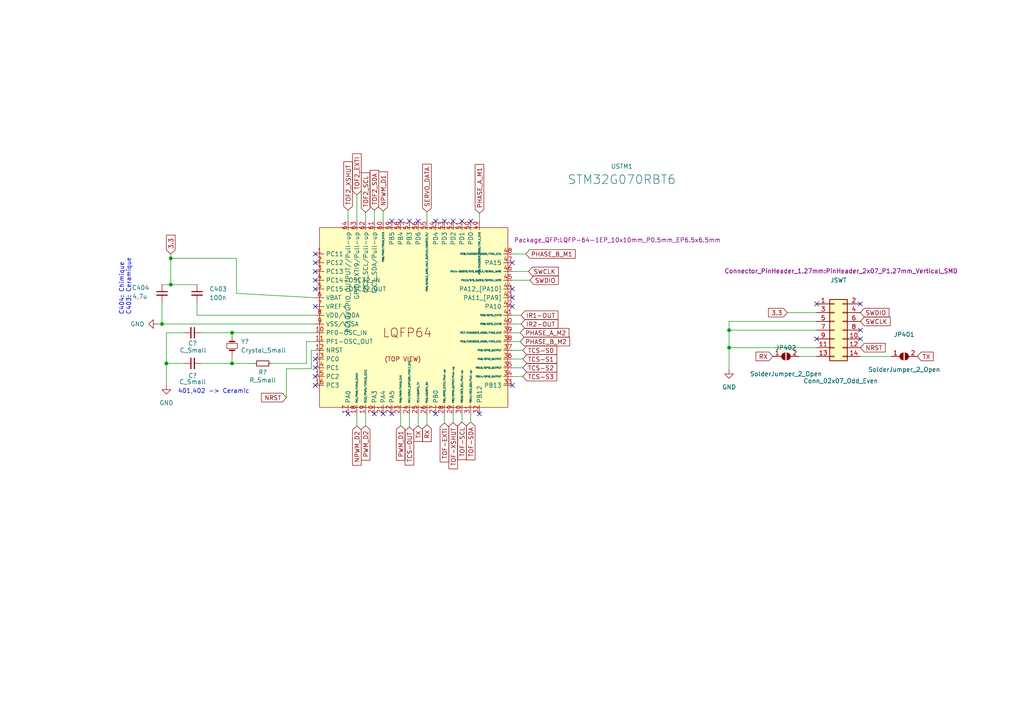
<source format=kicad_sch>
(kicad_sch (version 20211123) (generator eeschema)
  (paper "A4")
  (title_block (title "BLOC_control") (date "2022-09-29"))
  (lib_symbols
    (symbol "Connector_Generic:Conn_02x07_Odd_Even" (pin_names (offset 1.016) hide)
      (property "Reference" "J" (at 1.27 10.16 0))
      (property "Value" "Conn_02x07_Odd_Even" (at 1.27 -10.16 0))
      (symbol "Conn_02x07_Odd_Even_1_1"
        (rectangle (start -1.27 -7.493) (end 0 -7.747) (stroke (width 0.1524)))
        (rectangle (start -1.27 -4.953) (end 0 -5.207) (stroke (width 0.1524)))
        (rectangle (start -1.27 -2.413) (end 0 -2.667) (stroke (width 0.1524)))
        (rectangle (start -1.27 0.127) (end 0 -0.127) (stroke (width 0.1524)))
        (rectangle (start -1.27 2.667) (end 0 2.413) (stroke (width 0.1524)))
        (rectangle (start -1.27 5.207) (end 0 4.953) (stroke (width 0.1524)))
        (rectangle (start -1.27 7.747) (end 0 7.493) (stroke (width 0.1524)))
        (rectangle (start -1.27 8.89) (end 3.81 -8.89) (stroke (width 0.254)) (fill (type background)))
        (rectangle (start 3.81 -7.493) (end 2.54 -7.747) (stroke (width 0.1524)))
        (rectangle (start 3.81 -4.953) (end 2.54 -5.207) (stroke (width 0.1524)))
        (rectangle (start 3.81 -2.413) (end 2.54 -2.667) (stroke (width 0.1524)))
        (rectangle (start 3.81 0.127) (end 2.54 -0.127) (stroke (width 0.1524)))
        (rectangle (start 3.81 2.667) (end 2.54 2.413) (stroke (width 0.1524)))
        (rectangle (start 3.81 5.207) (end 2.54 4.953) (stroke (width 0.1524)))
        (rectangle (start 3.81 7.747) (end 2.54 7.493) (stroke (width 0.1524)))
        (pin passive line (at -5.08 7.62 0) (length 3.81) (name "Pin_1") (number "1"))
        (pin passive line (at 7.62 -2.54 180) (length 3.81) (name "Pin_10") (number "10"))
        (pin passive line (at -5.08 -5.08 0) (length 3.81) (name "Pin_11") (number "11"))
        (pin passive line (at 7.62 -5.08 180) (length 3.81) (name "Pin_12") (number "12"))
        (pin passive line (at -5.08 -7.62 0) (length 3.81) (name "Pin_13") (number "13"))
        (pin passive line (at 7.62 -7.62 180) (length 3.81) (name "Pin_14") (number "14"))
        (pin passive line (at 7.62 7.62 180) (length 3.81) (name "Pin_2") (number "2"))
        (pin passive line (at -5.08 5.08 0) (length 3.81) (name "Pin_3") (number "3"))
        (pin passive line (at 7.62 5.08 180) (length 3.81) (name "Pin_4") (number "4"))
        (pin passive line (at -5.08 2.54 0) (length 3.81) (name "Pin_5") (number "5"))
        (pin passive line (at 7.62 2.54 180) (length 3.81) (name "Pin_6") (number "6"))
        (pin passive line (at -5.08 0 0) (length 3.81) (name "Pin_7") (number "7"))
        (pin passive line (at 7.62 0 180) (length 3.81) (name "Pin_8") (number "8"))
        (pin passive line (at -5.08 -2.54 0) (length 3.81) (name "Pin_9") (number "9"))
      )
    )
    (symbol "Device:C_Small" (pin_numbers hide) (pin_names (offset 0.254) hide)
      (property "Reference" "C" (at 0.254 1.778 0))
      (property "Value" "C_Small" (at 0.254 -2.032 0))
      (symbol "C_Small_0_1"
        (polyline (pts (xy -1.524 -0.508) (xy 1.524 -0.508)) (stroke (width 0.3302)))
        (polyline (pts (xy -1.524 0.508) (xy 1.524 0.508)) (stroke (width 0.3048)))
      )
      (symbol "C_Small_1_1"
        (pin passive line (at 0 2.54 270) (length 2.032) (name "~") (number "1"))
        (pin passive line (at 0 -2.54 90) (length 2.032) (name "~") (number "2"))
      )
    )
    (symbol "Device:Crystal_Small" (pin_numbers hide) (pin_names (offset 1.016) hide)
      (property "Reference" "Y" (at 0 2.54 0))
      (property "Value" "Crystal_Small" (at 0 -2.54 0))
      (symbol "Crystal_Small_0_1"
        (rectangle (start -0.762 -1.524) (end 0.762 1.524))
        (polyline (pts (xy -1.27 -0.762) (xy -1.27 0.762)) (stroke (width 0.381)))
        (polyline (pts (xy 1.27 -0.762) (xy 1.27 0.762)) (stroke (width 0.381)))
      )
      (symbol "Crystal_Small_1_1"
        (pin passive line (at -2.54 0 0) (length 1.27) (name "1") (number "1"))
        (pin passive line (at 2.54 0 180) (length 1.27) (name "2") (number "2"))
      )
    )
    (symbol "Device:R_Small" (pin_numbers hide) (pin_names (offset 0.254) hide)
      (property "Reference" "R" (at 0.762 0.508 0))
      (property "Value" "R_Small" (at 0.762 -1.016 0))
      (symbol "R_Small_0_1"
        (rectangle (start -0.762 1.778) (end 0.762 -1.778) (stroke (width 0.2032)))
      )
      (symbol "R_Small_1_1"
        (pin passive line (at 0 2.54 270) (length 0.762) (name "~") (number "1"))
        (pin passive line (at 0 -2.54 90) (length 0.762) (name "~") (number "2"))
      )
    )
    (symbol "Jumper:SolderJumper_2_Open" (pin_names (offset 0) hide)
      (property "Reference" "JP" (at 0 2.032 0))
      (property "Value" "SolderJumper_2_Open" (at 0 -2.54 0))
      (symbol "SolderJumper_2_Open_0_1"
        (arc (start -0.254 1.016) (mid -1.27 0) (end -0.254 -1.016))
        (arc (start -0.254 1.016) (mid -1.27 0) (end -0.254 -1.016) (fill (type outline)))
        (polyline (pts (xy -0.254 1.016) (xy -0.254 -1.016)))
        (polyline (pts (xy 0.254 1.016) (xy 0.254 -1.016)))
        (arc (start 0.254 -1.016) (mid 1.27 0) (end 0.254 1.016))
        (arc (start 0.254 -1.016) (mid 1.27 0) (end 0.254 1.016) (fill (type outline)))
      )
      (symbol "SolderJumper_2_Open_1_1"
        (pin passive line (at -3.81 0 0) (length 2.54) (name "A") (number "1"))
        (pin passive line (at 3.81 0 180) (length 2.54) (name "B") (number "2"))
      )
    )
    (symbol "STM32G070RBT6:STM32G070RBT6"
      (property "Reference" "USTM1" (at 64.77 39.37 0))
      (property "Value" "STM32G070RBT6" (at 64.77 35.5599 0))
      (property "Footprint" "Package_QFP:LQFP-64-1EP_10x10mm_P0.5mm_EP6.5x6.5mm" (at 63.5 18.0088 0))
      (symbol "STM32G070RBT6_0_0"
        (rectangle (start -22.86 21.59) (end 31.75 -30.48) (fill (type background)))
        (text "(TOP VIEW)" (at 1.27 -16.51 0) (effects (font (size 1.27 1.27))))
        (text "LQFP64" (at 2.54 -8.89 0) (effects (font (size 2.54 2.54))))
      )
      (symbol "STM32G070RBT6_1_1"
        (pin bidirectional line (at -24.13 13.97 0) (length 2.54) (name "PC11") (number "1"))
        (pin bidirectional line (at -24.13 -8.89 0) (length 2.54) (name "PF0-OSC_IN") (number "10"))
        (pin bidirectional line (at -24.13 -11.43 0) (length 2.54) (name "PF1-OSC_OUT") (number "11"))
        (pin bidirectional line (at -24.13 -13.97 0) (length 2.54) (name "NRST") (number "12"))
        (pin bidirectional line (at -24.13 -16.51 0) (length 2.54) (name "PC0") (number "13"))
        (pin bidirectional line (at -24.13 -19.05 0) (length 2.54) (name "PC1") (number "14"))
        (pin bidirectional line (at -24.13 -21.59 0) (length 2.54) (name "PC2") (number "15"))
        (pin bidirectional line (at -24.13 -24.13 0) (length 2.54) (name "PC3") (number "16"))
        (pin bidirectional line (at -14.605 -32.385 90) (length 2.54) (name "PA0") (number "17"))
        (pin bidirectional line (at -12.065 -32.385 90) (length 2.54) (name "PA1/PWM/TIM15_CH1N") (number "18"))
        (pin bidirectional line (at -9.525 -32.385 90) (length 2.54) (name "PA2/PWM/TIM15_CH1") (number "19"))
        (pin bidirectional line (at -24.13 11.43 0) (length 2.54) (name "PC12") (number "2"))
        (pin bidirectional line (at -6.985 -32.385 90) (length 2.54) (name "PA3") (number "20"))
        (pin bidirectional line (at -4.445 -32.385 90) (length 2.54) (name "PA4") (number "21"))
        (pin bidirectional line (at -1.905 -32.385 90) (length 2.54) (name "PA5") (number "22"))
        (pin bidirectional line (at 0.635 -32.385 90) (length 2.54) (name "PA6/PWM/TIM16_CH1") (number "23"))
        (pin bidirectional line (at 3.175 -32.385 90) (length 2.54) (name "PA7/INPUT_CAPTURE/TIM17_CH1") (number "24"))
        (pin bidirectional line (at 5.715 -32.385 90) (length 2.54) (name "PC4/USART1_TX") (number "25"))
        (pin bidirectional line (at 8.255 -32.385 90) (length 2.54) (name "PC5/USART1_RX") (number "26"))
        (pin bidirectional line (at 10.795 -32.385 90) (length 2.54) (name "PB0") (number "27"))
        (pin bidirectional line (at 13.335 -32.385 90) (length 2.54) (name "PB1/GPIO_EXTI1/Pull-up") (number "28"))
        (pin bidirectional line (at 15.875 -32.385 90) (length 2.54) (name "PB2/GPIO_OUTPUT/Pull-up") (number "29"))
        (pin bidirectional line (at -24.13 8.89 0) (length 2.54) (name "PC13") (number "3"))
        (pin bidirectional line (at 18.415 -32.385 90) (length 2.54) (name "PB10/I2C2_SCL/Pull-up") (number "30"))
        (pin bidirectional line (at 20.955 -32.385 90) (length 2.54) (name "PB11/I2C2_SDA/Pull-up") (number "31"))
        (pin bidirectional line (at 23.495 -32.385 90) (length 2.54) (name "PB12") (number "32"))
        (pin bidirectional line (at 33.02 -24.13 180) (length 2.54) (name "PB13") (number "33"))
        (pin bidirectional line (at 33.02 -21.59 180) (length 2.54) (name "PB14/GPIO_OUTPUT") (number "34"))
        (pin bidirectional line (at 33.02 -19.05 180) (length 2.54) (name "PB15/GPIO_OUTPUT") (number "35"))
        (pin bidirectional line (at 33.02 -16.51 180) (length 2.54) (name "PA8/GPIO_OUTPUT") (number "36"))
        (pin bidirectional line (at 33.02 -13.97 180) (length 2.54) (name "PA9/GPIO_OUTPUT") (number "37"))
        (pin bidirectional line (at 33.02 -11.43 180) (length 2.54) (name "PC6/ENCODER_MODE/TIM3_CH1") (number "38"))
        (pin bidirectional line (at 33.02 -8.89 180) (length 2.54) (name "PC7/ENCODER_MODE/TIM3_CH2") (number "39"))
        (pin bidirectional line (at -24.13 6.35 0) (length 2.54) (name "PC14-OSC32_IN") (number "4"))
        (pin bidirectional line (at 33.02 -6.35 180) (length 2.54) (name "PD8/GPIO_EXTI8") (number "40"))
        (pin bidirectional line (at 33.02 -3.81 180) (length 2.54) (name "PD9/GPIO_EXTI9") (number "41"))
        (pin bidirectional line (at 33.02 -1.27 180) (length 2.54) (name "PA10") (number "42"))
        (pin bidirectional line (at 33.02 1.27 180) (length 2.54) (name "PA11_[PA9]") (number "43"))
        (pin bidirectional line (at 33.02 3.81 180) (length 2.54) (name "PA12_[PA10]") (number "44"))
        (pin bidirectional line (at 33.02 6.35 180) (length 2.54) (name "PA13/SYS_SWDIO/SERIAL_WIRE") (number "45"))
        (pin bidirectional line (at 33.02 8.89 180) (length 2.54) (name "PA14-BOOT0/SYS_SWCLK/SERIAL_WIRE") (number "46"))
        (pin bidirectional line (at 33.02 11.43 180) (length 2.54) (name "PA15") (number "47"))
        (pin bidirectional line (at 33.02 13.97 180) (length 2.54) (name "PC8/ENCODER_MODE/TIM1_CH1") (number "48"))
        (pin bidirectional line (at 23.495 23.495 270) (length 2.54) (name "PC9/ENCODER_MODE/TIM_1_CH2") (number "49"))
        (pin bidirectional line (at -24.13 3.81 0) (length 2.54) (name "PC15-OSC32_OUT") (number "5"))
        (pin bidirectional line (at 20.955 23.495 270) (length 2.54) (name "PD0") (number "50"))
        (pin bidirectional line (at 18.415 23.495 270) (length 2.54) (name "PD1") (number "51"))
        (pin bidirectional line (at 15.875 23.495 270) (length 2.54) (name "PD2") (number "52"))
        (pin bidirectional line (at 13.335 23.495 270) (length 2.54) (name "PD3") (number "53"))
        (pin bidirectional line (at 10.795 23.495 270) (length 2.54) (name "PD4") (number "54"))
        (pin bidirectional line (at 8.255 23.495 270) (length 2.54) (name "PD5/SINGLE_WIRE_HALF_DUPLEX/USART2_TX/") (number "55"))
        (pin bidirectional line (at 5.715 23.495 270) (length 2.54) (name "PD6") (number "56"))
        (pin bidirectional line (at 3.175 23.495 270) (length 2.54) (name "PB3") (number "57"))
        (pin bidirectional line (at 0.635 23.495 270) (length 2.54) (name "PB4") (number "58"))
        (pin bidirectional line (at -1.905 23.495 270) (length 2.54) (name "PB5") (number "59"))
        (pin bidirectional line (at -24.13 1.27 0) (length 2.54) (name "VBAT") (number "6"))
        (pin bidirectional line (at -4.445 23.495 270) (length 2.54) (name "PB6/PWM/TIM16_CH1N") (number "60"))
        (pin bidirectional line (at -6.985 23.495 270) (length 2.54) (name "I2C1_SDA/Pull-up") (number "61"))
        (pin bidirectional line (at -9.525 23.495 270) (length 2.54) (name "I2C1_SCL/Pull-up") (number "62"))
        (pin bidirectional line (at -12.065 23.495 270) (length 2.54) (name "GPIO_EXTI9/Pull-up") (number "63"))
        (pin bidirectional line (at -14.605 23.495 270) (length 2.54) (name "PC10/GPIO_OUTPUT//Pull-up") (number "64"))
        (pin bidirectional line (at -24.13 -1.27 0) (length 2.54) (name "VREF+") (number "7"))
        (pin bidirectional line (at -24.13 -3.81 0) (length 2.54) (name "VDD/VDDA") (number "8"))
        (pin bidirectional line (at -24.13 -6.35 0) (length 2.54) (name "VSS/VSSA") (number "9"))
      )
    )
    (symbol "power:GND" (power) (pin_names (offset 0))
      (property "Value" "GND" (at 0 -3.81 0))
      (symbol "GND_0_1"
        (polyline (pts (xy 0 0) (xy 0 -1.27) (xy 1.27 -1.27) (xy 0 -2.54) (xy -1.27 -1.27) (xy 0 -1.27)))
      )
      (symbol "GND_1_1"
        (pin power_in line (at 0 0 270) (length 0) hide (name "GND") (number "1"))
      )
    )
  )
  (junction (at 49.53 82.55))
  (junction (at 48.26 105.41))
  (junction (at 49.53 74.93))
  (junction (at 46.99 93.98))
  (junction (at 67.31 96.52))
  (junction (at 67.31 105.41))
  (junction (at 211.455 100.838))
  (junction (at 211.455 95.758))
  (no_connect (at 249.555 95.758))
  (no_connect (at 91.44 106.68))
  (no_connect (at 91.44 73.66))
  (no_connect (at 118.745 64.135))
  (no_connect (at 91.44 109.22))
  (no_connect (at 113.665 64.135))
  (no_connect (at 128.905 64.135))
  (no_connect (at 126.365 64.135))
  (no_connect (at 121.285 64.135))
  (no_connect (at 136.525 64.135))
  (no_connect (at 133.985 64.135))
  (no_connect (at 131.445 64.135))
  (no_connect (at 91.44 76.2))
  (no_connect (at 91.44 81.28))
  (no_connect (at 91.44 78.74))
  (no_connect (at 91.44 104.14))
  (no_connect (at 116.205 64.135))
  (no_connect (at 249.555 88.138))
  (no_connect (at 91.44 111.76))
  (no_connect (at 113.665 120.015))
  (no_connect (at 111.125 120.015))
  (no_connect (at 108.585 120.015))
  (no_connect (at 139.065 120.015))
  (no_connect (at 126.365 120.015))
  (no_connect (at 100.965 120.015))
  (no_connect (at 148.59 83.82))
  (no_connect (at 148.59 76.2))
  (no_connect (at 148.59 86.36))
  (no_connect (at 148.59 111.76))
  (no_connect (at 148.59 88.9))
  (no_connect (at 249.555 98.298))
  (no_connect (at 91.44 83.82))
  (no_connect (at 236.855 98.298))
  (no_connect (at 91.44 88.9))
  (no_connect (at 236.855 88.138))
  (wire (pts (xy 83.058 106.934) (xy 90.297 106.934)))
  (wire (pts (xy 231.775 103.378) (xy 236.855 103.378)))
  (wire (pts (xy 148.59 109.22) (xy 151.638 109.22)))
  (wire (pts (xy 68.58 85.09) (xy 68.58 74.93)))
  (wire (pts (xy 46.99 93.98) (xy 91.44 93.98)))
  (wire (pts (xy 78.74 105.41) (xy 88.9 105.41)))
  (wire (pts (xy 106.045 120.015) (xy 106.045 123.444)))
  (wire (pts (xy 49.53 73.66) (xy 49.53 74.93)))
  (wire (pts (xy 228.346 90.678) (xy 236.855 90.678)))
  (wire (pts (xy 136.525 120.015) (xy 136.525 122.428)))
  (wire (pts (xy 67.31 96.52) (xy 67.31 97.79)))
  (wire (pts (xy 131.445 120.015) (xy 131.445 122.555)))
  (wire (pts (xy 148.59 91.44) (xy 151.13 91.44)))
  (wire (pts (xy 48.26 96.52) (xy 48.26 105.41)))
  (wire (pts (xy 67.31 102.87) (xy 67.31 105.41)))
  (wire (pts (xy 249.555 103.378) (xy 258.445 103.378)))
  (wire (pts (xy 128.905 120.015) (xy 128.905 122.682)))
  (wire (pts (xy 103.505 56.515) (xy 103.505 64.135)))
  (wire (pts (xy 133.985 120.015) (xy 133.985 122.428)))
  (wire (pts (xy 148.59 96.52) (xy 150.876 96.52)))
  (wire (pts (xy 106.045 61.595) (xy 106.045 64.135)))
  (wire (pts (xy 68.58 74.93) (xy 49.53 74.93)))
  (wire (pts (xy 53.34 96.52) (xy 48.26 96.52)))
  (wire (pts (xy 46.99 82.55) (xy 49.53 82.55)))
  (wire (pts (xy 49.53 74.93) (xy 49.53 82.55)))
  (wire (pts (xy 148.59 106.68) (xy 151.638 106.68)))
  (wire (pts (xy 48.26 105.41) (xy 48.26 111.76)))
  (wire (pts (xy 88.9 105.41) (xy 88.9 99.06)))
  (wire (pts (xy 67.31 105.41) (xy 73.66 105.41)))
  (wire (pts (xy 148.59 93.98) (xy 151.13 93.98)))
  (wire (pts (xy 111.125 61.214) (xy 111.125 64.135)))
  (wire (pts (xy 236.855 100.838) (xy 211.455 100.838)))
  (wire (pts (xy 46.99 87.63) (xy 46.99 93.98)))
  (wire (pts (xy 100.965 60.96) (xy 100.965 64.135)))
  (wire (pts (xy 67.31 96.52) (xy 91.44 96.52)))
  (wire (pts (xy 123.825 120.015) (xy 123.825 123.19)))
  (wire (pts (xy 211.455 95.758) (xy 236.855 95.758)))
  (wire (pts (xy 88.9 99.06) (xy 91.44 99.06)))
  (wire (pts (xy 67.31 105.41) (xy 58.42 105.41)))
  (wire (pts (xy 57.15 91.44) (xy 57.15 87.63)))
  (wire (pts (xy 57.15 91.44) (xy 91.44 91.44)))
  (wire (pts (xy 58.42 96.52) (xy 67.31 96.52)))
  (wire (pts (xy 108.585 60.96) (xy 108.585 64.135)))
  (wire (pts (xy 45.72 93.98) (xy 46.99 93.98)))
  (wire (pts (xy 83.058 115.316) (xy 83.058 106.934)))
  (wire (pts (xy 90.297 106.934) (xy 90.297 101.6)))
  (wire (pts (xy 118.745 120.015) (xy 118.745 123.825)))
  (wire (pts (xy 148.59 73.66) (xy 152.527 73.66)))
  (wire (pts (xy 148.59 104.14) (xy 151.638 104.14)))
  (wire (pts (xy 211.455 93.218) (xy 211.455 95.758)))
  (wire (pts (xy 148.59 81.28) (xy 153.67 81.28)))
  (wire (pts (xy 68.58 85.09) (xy 91.44 86.36)))
  (wire (pts (xy 148.59 78.74) (xy 153.289 78.74)))
  (wire (pts (xy 90.297 101.6) (xy 91.44 101.6)))
  (wire (pts (xy 121.285 120.015) (xy 121.285 123.444)))
  (wire (pts (xy 49.53 82.55) (xy 57.15 82.55)))
  (wire (pts (xy 148.59 99.06) (xy 150.876 99.06)))
  (wire (pts (xy 123.825 61.468) (xy 123.825 64.135)))
  (wire (pts (xy 116.205 120.015) (xy 116.205 123.444)))
  (wire (pts (xy 148.59 101.6) (xy 151.638 101.6)))
  (wire (pts (xy 139.065 61.849) (xy 139.065 64.135)))
  (wire (pts (xy 48.26 105.41) (xy 53.34 105.41)))
  (wire (pts (xy 211.455 100.838) (xy 211.455 95.758)))
  (wire (pts (xy 211.455 100.838) (xy 211.455 107.188)))
  (wire (pts (xy 236.855 93.218) (xy 211.455 93.218)))
  (wire (pts (xy 103.505 120.015) (xy 103.505 123.571)))
  (text "C404: Chimique\nC403: Ceramique\n" (at 38.1 91.44 90) (effects (font (size 1.27 1.27)) (justify left bottom)))
  (text "401,402 -> Ceramic\n" (at 72.39 114.3 180) (effects (font (size 1.27 1.27)) (justify right bottom)))
  (global_label "NPWM_D2" (shape input) (at 103.505 123.571 270) (property "Intersheet References" "${INTERSHEET_REFS}" (effects hide)))
  (global_label "TOF-XSHUT" (shape input) (at 131.445 122.555 270) (property "Intersheet References" "${INTERSHEET_REFS}" (effects hide)))
  (global_label "3.3" (shape input) (at 228.346 90.678 180) (property "Intersheet References" "${INTERSHEET_REFS}" (effects hide)))
  (global_label "RX" (shape input) (at 224.155 103.378 180) (property "Intersheet References" "${INTERSHEET_REFS}" (effects hide)))
  (global_label "TX" (shape input) (at 266.065 103.378 0) (property "Intersheet References" "${INTERSHEET_REFS}" (effects hide)))
  (global_label "TOF-SDA" (shape input) (at 136.525 122.428 270) (property "Intersheet References" "${INTERSHEET_REFS}" (effects hide)))
  (global_label "TCS-S2" (shape input) (at 151.638 106.68 0) (property "Intersheet References" "${INTERSHEET_REFS}" (effects hide)))
  (global_label "PWM_D1" (shape input) (at 116.205 123.444 270) (property "Intersheet References" "${INTERSHEET_REFS}" (effects hide)))
  (global_label "TX" (shape input) (at 121.285 123.444 270) (property "Intersheet References" "${INTERSHEET_REFS}" (effects hide)))
  (global_label "3.3" (shape input) (at 49.53 73.66 90) (property "Intersheet References" "${INTERSHEET_REFS}" (effects hide)))
  (global_label "TCS-S1" (shape input) (at 151.638 104.14 0) (property "Intersheet References" "${INTERSHEET_REFS}" (effects hide)))
  (global_label "IR2-OUT" (shape input) (at 151.13 93.98 0) (property "Intersheet References" "${INTERSHEET_REFS}" (effects hide)))
  (global_label "TCS-OUT" (shape input) (at 118.745 123.825 270) (property "Intersheet References" "${INTERSHEET_REFS}" (effects hide)))
  (global_label "TOF2_SDA" (shape input) (at 108.585 60.96 90) (property "Intersheet References" "${INTERSHEET_REFS}" (effects hide)))
  (global_label "PHASE_B_M1" (shape input) (at 152.527 73.66 0) (property "Intersheet References" "${INTERSHEET_REFS}" (effects hide)))
  (global_label "PHASE_A_M1" (shape input) (at 139.065 61.849 90) (property "Intersheet References" "${INTERSHEET_REFS}" (effects hide)))
  (global_label "SWDIO" (shape input) (at 249.555 90.678 0) (property "Intersheet References" "${INTERSHEET_REFS}" (effects hide)))
  (global_label "SWCLK" (shape input) (at 153.289 78.74 0) (property "Intersheet References" "${INTERSHEET_REFS}" (effects hide)))
  (global_label "TCS-S0" (shape input) (at 151.638 101.6 0) (property "Intersheet References" "${INTERSHEET_REFS}" (effects hide)))
  (global_label "NPWM_D1" (shape input) (at 111.125 61.214 90) (property "Intersheet References" "${INTERSHEET_REFS}" (effects hide)))
  (global_label "TOF2_XSHUT" (shape input) (at 100.965 60.96 90) (property "Intersheet References" "${INTERSHEET_REFS}" (effects hide)))
  (global_label "TOF-SCL" (shape input) (at 133.985 122.428 270) (property "Intersheet References" "${INTERSHEET_REFS}" (effects hide)))
  (global_label "TCS-S3" (shape input) (at 151.638 109.22 0) (property "Intersheet References" "${INTERSHEET_REFS}" (effects hide)))
  (global_label "TOF-EXTI" (shape input) (at 128.905 122.682 270) (property "Intersheet References" "${INTERSHEET_REFS}" (effects hide)))
  (global_label "SERVO_DATA" (shape input) (at 123.825 61.468 90) (property "Intersheet References" "${INTERSHEET_REFS}" (effects hide)))
  (global_label "SWCLK" (shape input) (at 249.555 93.218 0) (property "Intersheet References" "${INTERSHEET_REFS}" (effects hide)))
  (global_label "PHASE_B_M2" (shape input) (at 150.876 99.06 0) (property "Intersheet References" "${INTERSHEET_REFS}" (effects hide)))
  (global_label "SWDIO" (shape input) (at 153.67 81.28 0) (property "Intersheet References" "${INTERSHEET_REFS}" (effects hide)))
  (global_label "NRST" (shape input) (at 249.555 100.838 0) (property "Intersheet References" "${INTERSHEET_REFS}" (effects hide)))
  (global_label "RX" (shape input) (at 123.825 123.19 270) (property "Intersheet References" "${INTERSHEET_REFS}" (effects hide)))
  (global_label "IR1-OUT" (shape input) (at 151.13 91.44 0) (property "Intersheet References" "${INTERSHEET_REFS}" (effects hide)))
  (global_label "PWM_D2" (shape input) (at 106.045 123.444 270) (property "Intersheet References" "${INTERSHEET_REFS}" (effects hide)))
  (global_label "TOF2_SCL" (shape input) (at 106.045 61.595 90) (property "Intersheet References" "${INTERSHEET_REFS}" (effects hide)))
  (global_label "NRST" (shape input) (at 83.058 115.316 180) (property "Intersheet References" "${INTERSHEET_REFS}" (effects hide)))
  (global_label "TOF2_EXTI" (shape input) (at 103.505 56.515 90) (property "Intersheet References" "${INTERSHEET_REFS}" (effects hide)))
  (global_label "PHASE_A_M2" (shape input) (at 150.876 96.52 0) (property "Intersheet References" "${INTERSHEET_REFS}" (effects hide)))
  (symbol (lib_id "STM32G070RBT6:STM32G070RBT6") (at 115.57 87.63 0) (unit 1)
    (property "Reference" "USTM1" (at 180.34 48.26 0))
    (property "Value" "STM32G070RBT6" (at 180.34 52.0701 0) (effects (font (size 2.54 2.54))))
    (property "Footprint" "Package_QFP:LQFP-64-1EP_10x10mm_P0.5mm_EP6.5x6.5mm" (at 179.07 69.6212 0))
  )
  (symbol (lib_id "power:GND") (at 48.26 111.76 0) (unit 1)
    (property "Reference" "#PWR?" (effects hide))
    (property "Value" "GND" (at 48.26 116.84 0))
  )
  (symbol (lib_id "Device:Crystal_Small") (at 67.31 100.33 90) (unit 1)
    (property "Reference" "Y?" (at 69.85 99.0599 90) (effects (justify right)))
    (property "Value" "Crystal_Small" (at 69.85 101.6 90) (effects (justify right)))
    (property "Footprint" "Crystal:Crystal_SMD_0603-4Pin_6.0x3.5mm" (effects hide))
  )
  (symbol (lib_id "power:GND") (at 45.72 93.98 270) (unit 1)
    (property "Reference" "#PWR?" (effects hide))
    (property "Value" "GND" (at 41.91 93.9799 90) (effects (justify right)))
  )
  (symbol (lib_id "Device:R_Small") (at 76.2 105.41 90) (unit 1)
    (property "Reference" "R?" (at 76.2 107.95 90))
    (property "Value" "R_Small" (at 76.2 110.236 90))
    (property "Footprint" "Resistor_SMD:R_0603_1608Metric_Pad0.98x0.95mm_HandSolder" (effects hide))
  )
  (symbol (lib_id "Device:C_Small") (at 55.88 105.41 90) (unit 1)
    (property "Reference" "C?" (at 55.88 108.966 90))
    (property "Value" "C_Small" (at 55.88 110.744 90))
    (property "Footprint" "Capacitor_SMD:C_0603_1608Metric_Pad1.08x0.95mm_HandSolder" (effects hide))
  )
  (symbol (lib_id "Jumper:SolderJumper_2_Open") (at 262.255 103.378 0) (unit 1)
    (property "Reference" "JP401" (at 262.255 97.028 0))
    (property "Value" "SolderJumper_2_Open" (at 262.255 107.188 0))
    (property "Footprint" "Jumper:SolderJumper-3_P2.0mm_Open_TrianglePad1.0x1.5mm" (effects hide))
  )
  (symbol (lib_id "Device:C_Small") (at 55.88 96.52 270) (unit 1)
    (property "Reference" "C?" (at 55.88 99.568 90))
    (property "Value" "C_Small" (at 56.007 101.6 90))
    (property "Footprint" "Capacitor_SMD:C_0603_1608Metric_Pad1.08x0.95mm_HandSolder" (effects hide))
  )
  (symbol (lib_id "Device:C_Small") (at 46.99 85.09 0) (unit 1)
    (property "Reference" "C404" (at 38.227 83.439 0) (effects (justify left)))
    (property "Value" "4,7u" (at 38.354 85.979 0) (effects (justify left)))
    (property "Footprint" "Capacitor_THT:CP_Radial_D5.0mm_P2.00mm" (effects hide))
  )
  (symbol (lib_id "Connector_Generic:Conn_02x07_Odd_Even") (at 241.935 95.758 0) (unit 1)
    (property "Reference" "JSWT" (at 243.205 81.28 0))
    (property "Value" "Conn_02x07_Odd_Even" (at 243.84 110.49 0))
    (property "Footprint" "Connector_PinHeader_1.27mm:PinHeader_2x07_P1.27mm_Vertical_SMD" (at 243.967 78.613 0))
  )
  (symbol (lib_id "power:GND") (at 211.455 107.188 0) (unit 1)
    (property "Reference" "#PWR?" (effects hide))
    (property "Value" "GND" (at 211.455 112.268 0))
  )
  (symbol (lib_id "Device:C_Small") (at 57.15 85.09 0) (unit 1)
    (property "Reference" "C403" (at 60.706 83.8262 0) (effects (justify left)))
    (property "Value" "100n" (at 60.706 86.3662 0) (effects (justify left)))
    (property "Footprint" "Capacitor_SMD:C_0603_1608Metric_Pad1.08x0.95mm_HandSolder" (effects hide))
  )
  (symbol (lib_id "Jumper:SolderJumper_2_Open") (at 227.965 103.378 0) (unit 1)
    (property "Reference" "JP402" (at 227.965 100.838 0))
    (property "Value" "SolderJumper_2_Open" (at 227.965 108.458 0))
    (property "Footprint" "Jumper:SolderJumper-3_P2.0mm_Open_TrianglePad1.0x1.5mm" (effects hide))
  )
)
</source>
